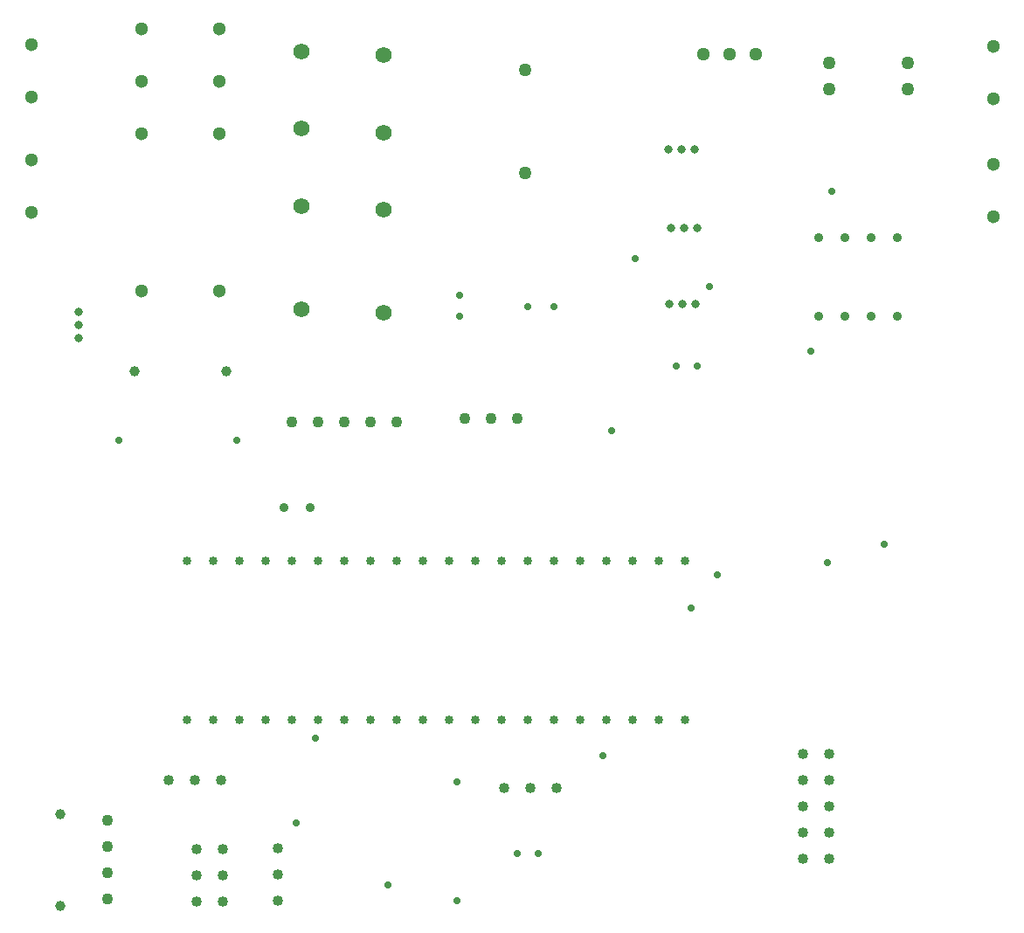
<source format=gbr>
%TF.GenerationSoftware,Altium Limited,Altium Designer,23.0.1 (38)*%
G04 Layer_Color=0*
%FSLAX26Y26*%
%MOIN*%
%TF.SameCoordinates,CFC2B011-0ACB-40EE-8827-5318C0CA6053*%
%TF.FilePolarity,Positive*%
%TF.FileFunction,Plated,1,2,PTH,Drill*%
%TF.Part,Single*%
G01*
G75*
%TA.AperFunction,ComponentDrill*%
%ADD86C,0.051181*%
%ADD87C,0.035433*%
%ADD88C,0.027559*%
%ADD89C,0.050000*%
%ADD90C,0.050394*%
%ADD91C,0.031496*%
%ADD92C,0.027559*%
%ADD93C,0.035039*%
%ADD94C,0.040157*%
%ADD95C,0.031496*%
%ADD96C,0.043307*%
%ADD97C,0.040157*%
%ADD98C,0.033465*%
%ADD99C,0.039370*%
%ADD100C,0.039370*%
%ADD101C,0.043307*%
%ADD102C,0.061417*%
%TA.AperFunction,ViaDrill,NotFilled*%
%ADD103C,0.028000*%
D86*
X4865000Y6955000D02*
D03*
Y6755000D02*
D03*
Y6505000D02*
D03*
Y6305000D02*
D03*
X1195000Y6320000D02*
D03*
Y6520000D02*
D03*
Y6760000D02*
D03*
Y6960000D02*
D03*
X1912638Y6021654D02*
D03*
X1617362D02*
D03*
X1912638Y6820866D02*
D03*
Y6620866D02*
D03*
Y7020866D02*
D03*
X1617362D02*
D03*
Y6820866D02*
D03*
Y6620866D02*
D03*
D87*
X4500000Y6225000D02*
D03*
X4400000D02*
D03*
X4300000D02*
D03*
X4200000D02*
D03*
X4500000Y5925000D02*
D03*
X4400000D02*
D03*
X4300000D02*
D03*
X4200000D02*
D03*
D88*
X3656260Y5735000D02*
D03*
X3735000D02*
D03*
X3050000Y3875000D02*
D03*
X3128740D02*
D03*
X3189212Y5960000D02*
D03*
X3090788D02*
D03*
X1980826Y5450000D02*
D03*
X1529174D02*
D03*
D89*
X3080000Y6864000D02*
D03*
Y6470000D02*
D03*
X4540000Y6890000D02*
D03*
Y6790000D02*
D03*
X4240000D02*
D03*
Y6890000D02*
D03*
D90*
X3960000Y6925000D02*
D03*
X3860000D02*
D03*
X3760000D02*
D03*
D91*
X3630000Y5970000D02*
D03*
X3680000D02*
D03*
X3730000D02*
D03*
X3635000Y6260000D02*
D03*
X3685000D02*
D03*
X3735000D02*
D03*
X3625000Y6560000D02*
D03*
X3675000D02*
D03*
X3725000D02*
D03*
D92*
X2830000Y5925000D02*
D03*
Y6003740D02*
D03*
X2820000Y3694174D02*
D03*
Y4145826D02*
D03*
D93*
X2260000Y5195000D02*
D03*
X2160000D02*
D03*
D94*
X4240000Y3855000D02*
D03*
Y3955000D02*
D03*
Y4055000D02*
D03*
Y4155000D02*
D03*
Y4255000D02*
D03*
X4140000Y3855000D02*
D03*
Y3955000D02*
D03*
Y4055000D02*
D03*
Y4155000D02*
D03*
Y4255000D02*
D03*
X1825000Y3890000D02*
D03*
Y3790000D02*
D03*
X1925000Y3890000D02*
D03*
Y3790000D02*
D03*
X1825000Y3690000D02*
D03*
X1925000D02*
D03*
X2135000Y3895000D02*
D03*
Y3795000D02*
D03*
Y3695000D02*
D03*
D95*
X1375000Y5840000D02*
D03*
Y5890000D02*
D03*
Y5940000D02*
D03*
D96*
X3050788Y5535000D02*
D03*
X2850000D02*
D03*
X2948426D02*
D03*
X2390000Y5520000D02*
D03*
X2590000D02*
D03*
X2490000D02*
D03*
X2290000D02*
D03*
X2190000D02*
D03*
D97*
X3000000Y4125000D02*
D03*
X3100000D02*
D03*
X3200000D02*
D03*
X1920000Y4155000D02*
D03*
X1820000D02*
D03*
X1720000D02*
D03*
D98*
X3690000Y4990000D02*
D03*
X3590000D02*
D03*
X3490000D02*
D03*
X3390000D02*
D03*
X3290000D02*
D03*
X3190000D02*
D03*
X3090000D02*
D03*
X2990000D02*
D03*
X2890000D02*
D03*
X2790000D02*
D03*
X2690000D02*
D03*
X2590000D02*
D03*
X2490000D02*
D03*
X2390000D02*
D03*
X2290000D02*
D03*
X2190000D02*
D03*
X2090000D02*
D03*
X1990000D02*
D03*
X1890000D02*
D03*
X1790000D02*
D03*
Y4382500D02*
D03*
X1890000D02*
D03*
X1990000D02*
D03*
X2090000D02*
D03*
X2190000D02*
D03*
X2290000D02*
D03*
X2390000D02*
D03*
X2490000D02*
D03*
X2590000D02*
D03*
X2690000D02*
D03*
X2790000D02*
D03*
X2890000D02*
D03*
X2990000D02*
D03*
X3090000D02*
D03*
X3190000D02*
D03*
X3290000D02*
D03*
X3390000D02*
D03*
X3490000D02*
D03*
X3590000D02*
D03*
X3690000D02*
D03*
D99*
X1305000Y3675196D02*
D03*
Y4024804D02*
D03*
D100*
X1939804Y5715000D02*
D03*
X1590196D02*
D03*
D101*
X1485000Y4000000D02*
D03*
Y3900000D02*
D03*
Y3700000D02*
D03*
Y3800000D02*
D03*
D102*
X2540000Y6920276D02*
D03*
Y6625000D02*
D03*
Y6329724D02*
D03*
Y5936024D02*
D03*
X2225000Y6935552D02*
D03*
Y6640276D02*
D03*
Y6345000D02*
D03*
Y5951300D02*
D03*
D103*
X3500000Y6143000D02*
D03*
X4234448Y4985552D02*
D03*
X4170000Y5790000D02*
D03*
X4450000Y5055000D02*
D03*
X2279804Y4313000D02*
D03*
X3409000Y5488000D02*
D03*
X2557402Y3753000D02*
D03*
X2205000Y3992000D02*
D03*
X3713000Y4812000D02*
D03*
X3784000Y6037000D02*
D03*
X3812000Y4938000D02*
D03*
X3376000Y4249000D02*
D03*
X4249536Y6402000D02*
D03*
%TF.MD5,b3c11aca5b2ce1d7cf66f784bffeb166*%
M02*

</source>
